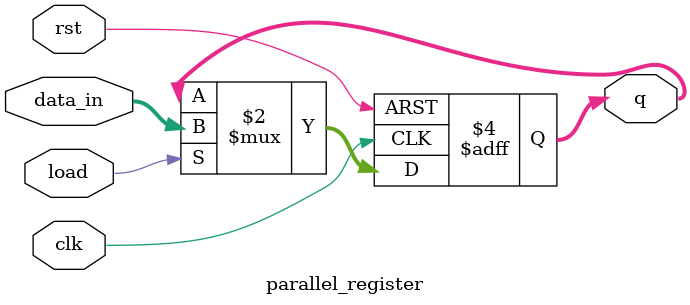
<source format=v>
module parallel_register #(parameter x = 4)(
  input clk, rst, load,
  input [x-1:0] data_in,
  output reg [x-1:0] q
);

always @(posedge clk or posedge rst) begin
  if(rst) q <= {x{1'b0}};
  else if (load) q <= data_in; 
end
endmodule
</source>
